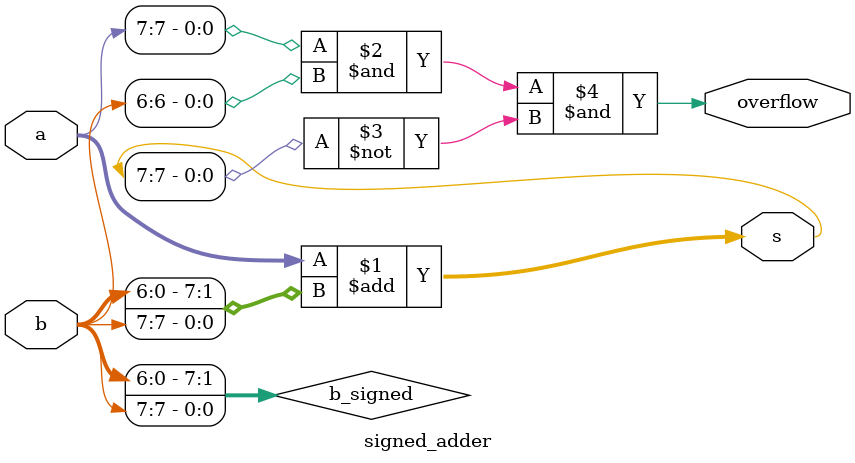
<source format=v>

module signed_adder(input [7:0] a,
    input [7:0] b,
    output [7:0] s,
    output overflow
); 

// The numbers a and b are added to the output s. 
// assign the occurence of the signed overflow of a and b to the output overflow.
// a signed overflow occurs if the most significant bits of a and b are low and the most significant bit of s is high
// a signed overflow may also occur if the most significant bits of a and b are high and the most significant bit of s is low


wire signed [7:0] b_signed = {b[6:0],b[7]}; // b is treated as signed, due to b[7] being the most significant bit

assign s = a + b_signed;

assign overflow = (a[7] & b_signed[7]) & ~s[7]; // a and b are treated as signed, due to a[7] being the most significant bit

endmodule

</source>
